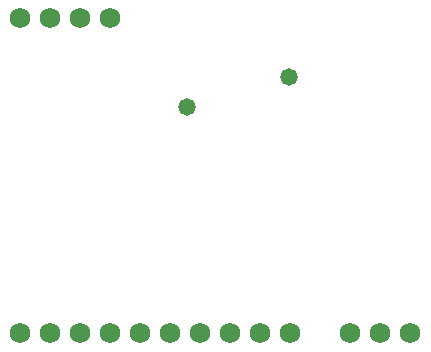
<source format=gbs>
G04*
G04 #@! TF.GenerationSoftware,Altium Limited,Altium Designer,20.1.14 (287)*
G04*
G04 Layer_Color=16711935*
%FSLAX24Y24*%
%MOIN*%
G70*
G04*
G04 #@! TF.SameCoordinates,8CDA295F-3AC2-4F8A-B50F-62FCF4205E73*
G04*
G04*
G04 #@! TF.FilePolarity,Negative*
G04*
G01*
G75*
%ADD16C,0.0680*%
%ADD17C,0.0580*%
D16*
X48550Y30750D02*
D03*
X47550D02*
D03*
X46550D02*
D03*
X44550D02*
D03*
X43550D02*
D03*
X42550D02*
D03*
X41550D02*
D03*
X40550D02*
D03*
X39550D02*
D03*
X38550D02*
D03*
X37550D02*
D03*
X36550D02*
D03*
X35550D02*
D03*
Y41250D02*
D03*
X36550D02*
D03*
X37550D02*
D03*
X38550D02*
D03*
D17*
X41100Y38300D02*
D03*
X44500Y39300D02*
D03*
M02*

</source>
